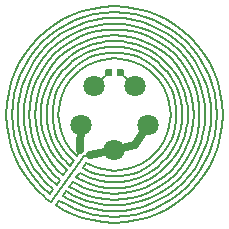
<source format=gbr>
G04 #@! TF.GenerationSoftware,KiCad,Pcbnew,5.0.2-bee76a0~70~ubuntu18.04.1*
G04 #@! TF.CreationDate,2019-11-11T21:51:23+01:00*
G04 #@! TF.ProjectId,BottomHeater,426f7474-6f6d-4486-9561-7465722e6b69,rev?*
G04 #@! TF.SameCoordinates,Original*
G04 #@! TF.FileFunction,Copper,L1,Top*
G04 #@! TF.FilePolarity,Positive*
%FSLAX46Y46*%
G04 Gerber Fmt 4.6, Leading zero omitted, Abs format (unit mm)*
G04 Created by KiCad (PCBNEW 5.0.2-bee76a0~70~ubuntu18.04.1) date Mo 11 Nov 2019 21:51:23 CET*
%MOMM*%
%LPD*%
G01*
G04 APERTURE LIST*
G04 #@! TA.AperFunction,BGAPad,CuDef*
%ADD10C,1.800000*%
G04 #@! TD*
G04 #@! TA.AperFunction,Conductor*
%ADD11C,0.100000*%
G04 #@! TD*
G04 #@! TA.AperFunction,SMDPad,CuDef*
%ADD12C,0.590000*%
G04 #@! TD*
G04 #@! TA.AperFunction,Conductor*
%ADD13C,0.160000*%
G04 #@! TD*
G04 #@! TA.AperFunction,Conductor*
%ADD14C,0.650000*%
G04 #@! TD*
G04 APERTURE END LIST*
D10*
G04 #@! TO.P,ST2,1*
G04 #@! TO.N,Net-(NTC1-Pad1)*
X101763300Y-97572900D03*
G04 #@! TD*
G04 #@! TO.P,ST1,1*
G04 #@! TO.N,Net-(NTC1-Pad2)*
X98236600Y-97572900D03*
G04 #@! TD*
G04 #@! TO.P,HT1,1*
G04 #@! TO.N,Net-(CB1-Pad1)*
X97146800Y-100927000D03*
G04 #@! TD*
G04 #@! TO.P,HT2,1*
G04 #@! TO.N,Net-(CB1-Pad1)*
X100000000Y-103000000D03*
G04 #@! TD*
G04 #@! TO.P,CT1,1*
G04 #@! TO.N,Net-(CB1-Pad1)*
X102853000Y-100927000D03*
G04 #@! TD*
D11*
G04 #@! TO.N,Net-(NTC1-Pad2)*
G04 #@! TO.C,NTC1*
G36*
X99675958Y-96139710D02*
X99690276Y-96141834D01*
X99704317Y-96145351D01*
X99717946Y-96150228D01*
X99731031Y-96156417D01*
X99743447Y-96163858D01*
X99755073Y-96172481D01*
X99765798Y-96182202D01*
X99775519Y-96192927D01*
X99784142Y-96204553D01*
X99791583Y-96216969D01*
X99797772Y-96230054D01*
X99802649Y-96243683D01*
X99806166Y-96257724D01*
X99808290Y-96272042D01*
X99809000Y-96286500D01*
X99809000Y-96631500D01*
X99808290Y-96645958D01*
X99806166Y-96660276D01*
X99802649Y-96674317D01*
X99797772Y-96687946D01*
X99791583Y-96701031D01*
X99784142Y-96713447D01*
X99775519Y-96725073D01*
X99765798Y-96735798D01*
X99755073Y-96745519D01*
X99743447Y-96754142D01*
X99731031Y-96761583D01*
X99717946Y-96767772D01*
X99704317Y-96772649D01*
X99690276Y-96776166D01*
X99675958Y-96778290D01*
X99661500Y-96779000D01*
X99366500Y-96779000D01*
X99352042Y-96778290D01*
X99337724Y-96776166D01*
X99323683Y-96772649D01*
X99310054Y-96767772D01*
X99296969Y-96761583D01*
X99284553Y-96754142D01*
X99272927Y-96745519D01*
X99262202Y-96735798D01*
X99252481Y-96725073D01*
X99243858Y-96713447D01*
X99236417Y-96701031D01*
X99230228Y-96687946D01*
X99225351Y-96674317D01*
X99221834Y-96660276D01*
X99219710Y-96645958D01*
X99219000Y-96631500D01*
X99219000Y-96286500D01*
X99219710Y-96272042D01*
X99221834Y-96257724D01*
X99225351Y-96243683D01*
X99230228Y-96230054D01*
X99236417Y-96216969D01*
X99243858Y-96204553D01*
X99252481Y-96192927D01*
X99262202Y-96182202D01*
X99272927Y-96172481D01*
X99284553Y-96163858D01*
X99296969Y-96156417D01*
X99310054Y-96150228D01*
X99323683Y-96145351D01*
X99337724Y-96141834D01*
X99352042Y-96139710D01*
X99366500Y-96139000D01*
X99661500Y-96139000D01*
X99675958Y-96139710D01*
X99675958Y-96139710D01*
G37*
D12*
G04 #@! TD*
G04 #@! TO.P,NTC1,2*
G04 #@! TO.N,Net-(NTC1-Pad2)*
X99514000Y-96459000D03*
D11*
G04 #@! TO.N,Net-(NTC1-Pad1)*
G04 #@! TO.C,NTC1*
G36*
X100645958Y-96139710D02*
X100660276Y-96141834D01*
X100674317Y-96145351D01*
X100687946Y-96150228D01*
X100701031Y-96156417D01*
X100713447Y-96163858D01*
X100725073Y-96172481D01*
X100735798Y-96182202D01*
X100745519Y-96192927D01*
X100754142Y-96204553D01*
X100761583Y-96216969D01*
X100767772Y-96230054D01*
X100772649Y-96243683D01*
X100776166Y-96257724D01*
X100778290Y-96272042D01*
X100779000Y-96286500D01*
X100779000Y-96631500D01*
X100778290Y-96645958D01*
X100776166Y-96660276D01*
X100772649Y-96674317D01*
X100767772Y-96687946D01*
X100761583Y-96701031D01*
X100754142Y-96713447D01*
X100745519Y-96725073D01*
X100735798Y-96735798D01*
X100725073Y-96745519D01*
X100713447Y-96754142D01*
X100701031Y-96761583D01*
X100687946Y-96767772D01*
X100674317Y-96772649D01*
X100660276Y-96776166D01*
X100645958Y-96778290D01*
X100631500Y-96779000D01*
X100336500Y-96779000D01*
X100322042Y-96778290D01*
X100307724Y-96776166D01*
X100293683Y-96772649D01*
X100280054Y-96767772D01*
X100266969Y-96761583D01*
X100254553Y-96754142D01*
X100242927Y-96745519D01*
X100232202Y-96735798D01*
X100222481Y-96725073D01*
X100213858Y-96713447D01*
X100206417Y-96701031D01*
X100200228Y-96687946D01*
X100195351Y-96674317D01*
X100191834Y-96660276D01*
X100189710Y-96645958D01*
X100189000Y-96631500D01*
X100189000Y-96286500D01*
X100189710Y-96272042D01*
X100191834Y-96257724D01*
X100195351Y-96243683D01*
X100200228Y-96230054D01*
X100206417Y-96216969D01*
X100213858Y-96204553D01*
X100222481Y-96192927D01*
X100232202Y-96182202D01*
X100242927Y-96172481D01*
X100254553Y-96163858D01*
X100266969Y-96156417D01*
X100280054Y-96150228D01*
X100293683Y-96145351D01*
X100307724Y-96141834D01*
X100322042Y-96139710D01*
X100336500Y-96139000D01*
X100631500Y-96139000D01*
X100645958Y-96139710D01*
X100645958Y-96139710D01*
G37*
D12*
G04 #@! TD*
G04 #@! TO.P,NTC1,1*
G04 #@! TO.N,Net-(NTC1-Pad1)*
X100484000Y-96459000D03*
D13*
G04 #@! TO.N,Net-(NTC1-Pad1)*
X100484000Y-96459000D02*
X101763300Y-97572900D01*
G04 #@! TO.N,Net-(NTC1-Pad2)*
X99514000Y-96459000D02*
X98236600Y-97572900D01*
G04 #@! TO.N,Net-(CB1-Pad1)*
X96290374Y-103709659D02*
X96547000Y-103942897D01*
X94989645Y-101560076D02*
X95166060Y-102042078D01*
X94860369Y-101057304D02*
X94989645Y-101560076D01*
X95649760Y-102933229D02*
X95951771Y-103337103D01*
X94780869Y-100536400D02*
X94860369Y-101057304D01*
X94860369Y-98942700D02*
X94780869Y-99463604D01*
X94989645Y-98439929D02*
X94860369Y-98942700D01*
X95386978Y-97499329D02*
X95166060Y-97957926D01*
X96662931Y-95951743D02*
X96290374Y-96290345D01*
X97066805Y-95649732D02*
X96662931Y-95951743D01*
X98439958Y-94989616D02*
X97957955Y-95166031D01*
X98942729Y-94860340D02*
X98439958Y-94989616D01*
X99463633Y-94780840D02*
X98942729Y-94860340D01*
X100536429Y-94780840D02*
X100000031Y-94753750D01*
X101057333Y-94860340D02*
X100536429Y-94780840D01*
X102933257Y-95649732D02*
X102500704Y-95386949D01*
X103337131Y-95951743D02*
X102933257Y-95649732D01*
X104350301Y-97066775D02*
X104048290Y-96662902D01*
X104613084Y-97499329D02*
X104350301Y-97066775D01*
X105219193Y-99463604D02*
X105139693Y-98942700D01*
X105246283Y-100000002D02*
X105219193Y-99463604D01*
X95166060Y-97957926D02*
X94989645Y-98439929D01*
X105139693Y-101057304D02*
X105219193Y-100536400D01*
X104834002Y-97957926D02*
X104613084Y-97499329D01*
X104350302Y-102933229D02*
X104613085Y-102500675D01*
X100000031Y-94753750D02*
X99463633Y-94780840D01*
X104048291Y-103337103D02*
X104350302Y-102933229D01*
X101560104Y-94989616D02*
X101057333Y-94860340D01*
X103337132Y-104048262D02*
X103709688Y-103709660D01*
X102042107Y-95166031D02*
X101560104Y-94989616D01*
X102933258Y-104350273D02*
X103337132Y-104048262D01*
X105010417Y-101560076D02*
X105139693Y-101057304D01*
X102264174Y-95823300D02*
X102655812Y-96061226D01*
X101412544Y-104536450D02*
X100957331Y-104653500D01*
X101848956Y-95623279D02*
X102264174Y-95823300D01*
X101412546Y-95463552D02*
X101848956Y-95623279D01*
X99514381Y-95274524D02*
X100000041Y-95250004D01*
X100957332Y-95346504D02*
X101412546Y-95463552D01*
X97631000Y-104109445D02*
X97337801Y-104513000D01*
X104613085Y-102500675D02*
X104834002Y-102042078D01*
X100485701Y-95274524D02*
X100957332Y-95346504D01*
X103709688Y-103709660D02*
X104048291Y-103337103D01*
X97735909Y-95823301D02*
X98151126Y-95623280D01*
X95623319Y-98151087D02*
X95823340Y-97735870D01*
X98151126Y-104376722D02*
X97631000Y-104109445D01*
X97344270Y-96061227D02*
X97735909Y-95823301D01*
X101848954Y-104376722D02*
X101412544Y-104536450D01*
X96978599Y-96334671D02*
X97344270Y-96061227D01*
X97499358Y-95386949D02*
X97066805Y-95649732D01*
X96641283Y-96641244D02*
X96978599Y-96334671D01*
X98151126Y-95623280D02*
X98587536Y-95463552D01*
X104725519Y-99514342D02*
X104750037Y-100000002D01*
X102655812Y-96061226D02*
X103021483Y-96334670D01*
X95951771Y-103337103D02*
X96290374Y-103709659D01*
X95823340Y-97735870D02*
X96061266Y-97344231D01*
X103938815Y-102655771D02*
X103665371Y-103021442D01*
X104653539Y-99042711D02*
X104725519Y-99514342D01*
X99463633Y-105219160D02*
X100000031Y-105246260D01*
X102500704Y-95386949D02*
X102042107Y-95166031D01*
X96641284Y-103358758D02*
X96334710Y-103021442D01*
X102500704Y-104613060D02*
X102933258Y-104350273D01*
X95386977Y-102500675D02*
X95649760Y-102933229D01*
X94753779Y-100000002D02*
X94780869Y-100536400D01*
X102264172Y-104176701D02*
X101848954Y-104376722D01*
X95463591Y-98587497D02*
X95623319Y-98151087D01*
X104048290Y-96662902D02*
X103709688Y-96290345D01*
X104834002Y-102042078D02*
X105010417Y-101560076D01*
X96290374Y-96290345D02*
X95951772Y-96662902D01*
X103021481Y-103665332D02*
X102655810Y-103938775D01*
X103665371Y-103021442D02*
X103358797Y-103358758D01*
X105139693Y-98942700D02*
X105010417Y-98439929D01*
X99042750Y-95346504D02*
X99514381Y-95274524D01*
X95823340Y-102264133D02*
X95623319Y-101848916D01*
X98587536Y-95463552D02*
X99042750Y-95346504D01*
X96334710Y-103021442D02*
X96061266Y-102655771D01*
X95274564Y-100485662D02*
X95250044Y-100000002D01*
X104536490Y-101412506D02*
X104376762Y-101848916D01*
X100000040Y-104750000D02*
X99514380Y-104725500D01*
X95346544Y-100957292D02*
X95274564Y-100485662D01*
X95463591Y-101412506D02*
X95346544Y-100957292D01*
X100000041Y-95250004D02*
X100485701Y-95274524D01*
X96839000Y-103538454D02*
X96641284Y-103358758D01*
X96334709Y-96978560D02*
X96641283Y-96641244D01*
X95623319Y-101848916D02*
X95463591Y-101412506D01*
X95166060Y-102042078D02*
X95386977Y-102500675D01*
X95250044Y-100000002D02*
X95274564Y-99514342D01*
X94780869Y-99463604D02*
X94753779Y-100000002D01*
X95346544Y-99042711D02*
X95463591Y-98587497D01*
X103358797Y-103358758D02*
X103021481Y-103665332D01*
X100485700Y-104725500D02*
X100000040Y-104750000D01*
X104653537Y-100957292D02*
X104536490Y-101412506D01*
X101057333Y-105139660D02*
X101560105Y-105010390D01*
X103709688Y-96290345D02*
X103337131Y-95951743D01*
X96061266Y-102655771D02*
X95823340Y-102264133D01*
X103358799Y-96641244D02*
X103665373Y-96978560D01*
X104750037Y-100000002D02*
X104725517Y-100485662D01*
X103021483Y-96334670D02*
X103358799Y-96641244D01*
X103665373Y-96978560D02*
X103938817Y-97344231D01*
X103938817Y-97344231D02*
X104176743Y-97735869D01*
X101560105Y-105010390D02*
X102042107Y-104833970D01*
X104176743Y-97735869D02*
X104376764Y-98151087D01*
X96061266Y-97344231D02*
X96334709Y-96978560D01*
X98587536Y-104536450D02*
X98151126Y-104376722D01*
X104376764Y-98151087D02*
X104536492Y-98587497D01*
X98439957Y-105010390D02*
X98942729Y-105139660D01*
X97957955Y-95166031D02*
X97499358Y-95386949D01*
X104176741Y-102264133D02*
X103938815Y-102655771D01*
X104536492Y-98587497D02*
X104653539Y-99042711D01*
X98942729Y-105139660D02*
X99463633Y-105219160D01*
X100536429Y-105219160D02*
X101057333Y-105139660D01*
X104725517Y-100485662D02*
X104653537Y-100957292D01*
X105219193Y-100536400D02*
X105246283Y-100000002D01*
X104376762Y-101848916D02*
X104176741Y-102264133D01*
X95951772Y-96662902D02*
X95649761Y-97066775D01*
X102655810Y-103938775D02*
X102264172Y-104176701D01*
X100957331Y-104653500D02*
X100485700Y-104725500D01*
X99514380Y-104725500D02*
X99042750Y-104653500D01*
X97957955Y-104833970D02*
X98439957Y-105010390D01*
X105010417Y-98439929D02*
X104834002Y-97957926D01*
X99042750Y-104653500D02*
X98587536Y-104536450D01*
X95649761Y-97066775D02*
X95386978Y-97499329D01*
X97337801Y-104513000D02*
X97957955Y-104833970D01*
X100000031Y-105246260D02*
X100536429Y-105219160D01*
X95274564Y-99514342D02*
X95346544Y-99042711D01*
X102042107Y-104833970D02*
X102500704Y-104613060D01*
D14*
X97092000Y-102995000D02*
X97146800Y-100927000D01*
D13*
X96839000Y-103538454D02*
X97092000Y-102995000D01*
D14*
X100000000Y-103000000D02*
X97921000Y-103444000D01*
X100000000Y-103000000D02*
X101765000Y-102589000D01*
X101765000Y-102589000D02*
X102853000Y-100927000D01*
D13*
X99064503Y-109102760D02*
X98155993Y-108964100D01*
X96438445Y-108430950D02*
X95638605Y-108045640D01*
X100000037Y-109149960D02*
X99064503Y-109102760D01*
X100935571Y-109102760D02*
X100000037Y-109149960D01*
X101844081Y-108964100D02*
X100935571Y-109102760D01*
X102720967Y-108738630D02*
X101844081Y-108964100D01*
X103561630Y-108430950D02*
X102720967Y-108738630D01*
X104361470Y-108045640D02*
X103561630Y-108430950D01*
X106470063Y-106470030D02*
X105820286Y-107060590D01*
X108430984Y-103561594D02*
X108045681Y-104361435D01*
X109150036Y-100000002D02*
X109102796Y-100935536D01*
X107060621Y-105820250D02*
X106470063Y-106470030D01*
X109102798Y-99064468D02*
X109150036Y-100000002D01*
X108738671Y-102720932D02*
X108430984Y-103561594D01*
X108738672Y-97279072D02*
X108964143Y-98155958D01*
X97279107Y-108738630D02*
X96438445Y-108430950D01*
X108045683Y-95638569D02*
X108430986Y-96438409D01*
X98155993Y-108964100D02*
X97279107Y-108738630D01*
X107060623Y-94179752D02*
X107587362Y-94884150D01*
X108964141Y-101844046D02*
X108738671Y-102720932D01*
X106470065Y-93529975D02*
X107060623Y-94179752D01*
X91035934Y-98155958D02*
X91261404Y-97279072D01*
X95638605Y-108045640D02*
X95032481Y-107686000D01*
X105820286Y-107060590D02*
X105115888Y-107587320D01*
X90897279Y-100935536D02*
X90850039Y-100000002D01*
X91569091Y-103561594D02*
X91261404Y-102720931D01*
X91569091Y-96438409D02*
X91954394Y-95638569D01*
X94884186Y-92412679D02*
X95638605Y-91954358D01*
X94610922Y-107435990D02*
X94243113Y-107112000D01*
X100000038Y-90850002D02*
X100935572Y-90897242D01*
X91035934Y-101844046D02*
X90897279Y-100935536D01*
X103561631Y-91569054D02*
X104361472Y-91954357D01*
X108964143Y-98155958D02*
X109102798Y-99064468D01*
X104361472Y-91954357D02*
X105115890Y-92412678D01*
X92939453Y-105820250D02*
X92412715Y-105115850D01*
X90850039Y-100000002D02*
X90897279Y-99064468D01*
X105115888Y-107587320D02*
X104361470Y-108045640D01*
X95638605Y-91954358D02*
X96438445Y-91569055D01*
X94243113Y-107112000D02*
X94082543Y-106967447D01*
X97921000Y-103444000D02*
X97448791Y-103530000D01*
X95032481Y-107686000D02*
X95325277Y-107283000D01*
X107587360Y-105115850D02*
X107060621Y-105820250D01*
X91261404Y-102720931D02*
X91035934Y-101844046D01*
X97448791Y-103530000D02*
X94610922Y-107435990D01*
X108430986Y-96438409D02*
X108738672Y-97279072D01*
X91954394Y-104361434D02*
X91569091Y-103561594D01*
X97279108Y-91261368D02*
X98155994Y-91035898D01*
X94082543Y-106967447D02*
X93530011Y-106470030D01*
X90897279Y-99064468D02*
X91035934Y-98155958D01*
X105820288Y-92939417D02*
X106470065Y-93529975D01*
X93530011Y-106470030D02*
X92939453Y-105820250D01*
X107587362Y-94884150D02*
X108045683Y-95638569D01*
X91954394Y-95638569D02*
X92412715Y-94884150D01*
X92412715Y-94884150D02*
X92939454Y-94179753D01*
X92939454Y-94179753D02*
X93530011Y-93529975D01*
X94179789Y-92939417D02*
X94884186Y-92412679D01*
X96438445Y-91569055D02*
X97279108Y-91261368D01*
X93530011Y-93529975D02*
X94179789Y-92939417D01*
X100935572Y-90897242D02*
X101844082Y-91035897D01*
X99064504Y-90897242D02*
X100000038Y-90850002D01*
X98155994Y-91035898D02*
X99064504Y-90897242D01*
X108045681Y-104361435D02*
X107587360Y-105115850D01*
X109102796Y-100935536D02*
X108964141Y-101844046D01*
X92412715Y-105115850D02*
X91954394Y-104361434D01*
X91261404Y-97279072D02*
X91569091Y-96438409D01*
X101844082Y-91035897D02*
X102720968Y-91261368D01*
X102720968Y-91261368D02*
X103561631Y-91569054D01*
X105115890Y-92412678D02*
X105820288Y-92939417D01*
X95608000Y-106902458D02*
X95899246Y-106493000D01*
X96103825Y-107187440D02*
X95608000Y-106902458D01*
X96818349Y-107531650D02*
X96103825Y-107187440D01*
X97569341Y-107806510D02*
X96818349Y-107531650D01*
X98352692Y-108007930D02*
X97569341Y-107806510D01*
X99164294Y-108131800D02*
X98352692Y-108007930D01*
X100835782Y-108131800D02*
X100000038Y-108174000D01*
X103896251Y-107187440D02*
X103181727Y-107531650D01*
X106307493Y-105199420D02*
X105779928Y-105779890D01*
X108007971Y-101647348D02*
X107806551Y-102430699D01*
X108174036Y-100000002D02*
X108131836Y-100835746D01*
X107806551Y-102430699D02*
X107531684Y-103181691D01*
X108131838Y-99164258D02*
X108174036Y-100000002D01*
X107806553Y-97569304D02*
X108007973Y-98352656D01*
X106778049Y-95429841D02*
X107187482Y-96103788D01*
X106307495Y-94800579D02*
X106778049Y-95429841D01*
X105199462Y-93692546D02*
X105779930Y-94220111D01*
X103896253Y-92812560D02*
X104570200Y-93221993D01*
X103181729Y-92468355D02*
X103896253Y-92812560D01*
X102430737Y-92193489D02*
X103181729Y-92468355D01*
X101647385Y-91992069D02*
X102430737Y-92193489D01*
X100000039Y-91826003D02*
X100835783Y-91868203D01*
X99164295Y-91868203D02*
X100000039Y-91826003D01*
X100000038Y-108174000D02*
X99164294Y-108131800D01*
X96818349Y-92468355D02*
X97569341Y-92193489D01*
X101647384Y-108007930D02*
X100835782Y-108131800D01*
X96103825Y-92812560D02*
X96818349Y-92468355D01*
X94800616Y-93692546D02*
X95429878Y-93221993D01*
X108131836Y-100835746D02*
X108007971Y-101647348D01*
X93692583Y-94800579D02*
X94220148Y-94220111D01*
X100835783Y-91868203D02*
X101647385Y-91992069D01*
X92812596Y-96103788D02*
X93222029Y-95429841D01*
X104570200Y-93221993D02*
X105199462Y-93692546D01*
X102577889Y-91725363D02*
X101747767Y-91511917D01*
X108007973Y-98352656D02*
X108131838Y-99164258D01*
X94220148Y-105779890D02*
X93692583Y-105199420D01*
X103373719Y-92016640D02*
X102577889Y-91725363D01*
X94220148Y-94220111D02*
X94800616Y-93692546D01*
X104845089Y-92815274D02*
X104130903Y-92381395D01*
X107187480Y-103896215D02*
X106778047Y-104570160D01*
X108274667Y-97422142D02*
X107983390Y-96626312D01*
X105511921Y-93313922D02*
X104845089Y-92815274D01*
X96630413Y-107979290D02*
X97426243Y-108270570D01*
X106127045Y-93872985D02*
X105511921Y-93313922D01*
X106686108Y-94488110D02*
X106127045Y-93872985D01*
X91516017Y-98252264D02*
X91384757Y-99112323D01*
X107531684Y-103181691D02*
X107187480Y-103896215D01*
X107184756Y-95154942D02*
X106686108Y-94488110D01*
X107187482Y-96103788D02*
X107531686Y-96818312D01*
X104130903Y-92381395D02*
X103373719Y-92016640D01*
X107983390Y-96626312D02*
X107618635Y-95869127D01*
X91992105Y-101647348D02*
X91868240Y-100835746D01*
X108619374Y-99112323D02*
X108488114Y-98252264D01*
X105779930Y-94220111D02*
X106307495Y-94800579D01*
X107618638Y-104126805D02*
X107983393Y-103369620D01*
X91384757Y-100883608D02*
X91516017Y-101743667D01*
X93652611Y-105145966D02*
X93222029Y-104570160D01*
X108664096Y-99997965D02*
X108619374Y-99112323D01*
X95873228Y-92381395D02*
X95159043Y-92815273D01*
X93318023Y-94488109D02*
X92819375Y-95154941D01*
X98352693Y-91992069D02*
X99164295Y-91868203D01*
X108274670Y-102573789D02*
X108488116Y-101743667D01*
X92385495Y-104126805D02*
X92819373Y-104840990D01*
X99116424Y-108615280D02*
X100002067Y-108659980D01*
X100002067Y-108659980D02*
X100887710Y-108615280D01*
X95429878Y-93221993D02*
X96103825Y-92812560D01*
X95324000Y-107283317D02*
X95873227Y-107614540D01*
X104130906Y-107614540D02*
X104845092Y-107180660D01*
X105199460Y-106307460D02*
X104570199Y-106778010D01*
X95873227Y-107614540D02*
X96630413Y-107979290D01*
X91868240Y-100835746D02*
X91826040Y-100000002D01*
X91868240Y-99164258D02*
X91992105Y-98352656D01*
X102430735Y-107806510D02*
X101647384Y-108007930D01*
X108619376Y-100883608D02*
X108664096Y-99997965D01*
X107618635Y-95869127D02*
X107184756Y-95154942D01*
X102577891Y-108270570D02*
X103373721Y-107979290D01*
X107983393Y-103369620D02*
X108274670Y-102573789D01*
X100887710Y-108615280D02*
X101747769Y-108484020D01*
X98256365Y-108484020D02*
X99116424Y-108615280D01*
X91384757Y-99112323D02*
X91340037Y-99997965D01*
X92819373Y-104840990D02*
X93318021Y-105507820D01*
X104845092Y-107180660D02*
X105511924Y-106682010D01*
X106686112Y-105507820D02*
X107184760Y-104840990D01*
X108488116Y-101743667D02*
X108619376Y-100883608D01*
X103373721Y-107979290D02*
X104130906Y-107614540D01*
X96630413Y-92016640D02*
X95873228Y-92381395D01*
X105511924Y-106682010D02*
X106127049Y-106122950D01*
X104570199Y-106778010D02*
X103896251Y-107187440D01*
X106127049Y-106122950D02*
X106686112Y-105507820D01*
X101747767Y-91511917D02*
X100887708Y-91380656D01*
X92468392Y-96818312D02*
X92812596Y-96103788D01*
X92020740Y-103369620D02*
X92385495Y-104126805D01*
X100887708Y-91380656D02*
X100002066Y-91335936D01*
X91340037Y-99997965D02*
X91384757Y-100883608D01*
X99116424Y-91380656D02*
X98256365Y-91511917D01*
X107184760Y-104840990D02*
X107618638Y-104126805D01*
X93877084Y-106122950D02*
X94546000Y-106700126D01*
X98256365Y-91511917D02*
X97426243Y-91725363D01*
X97426243Y-91725363D02*
X96630413Y-92016640D01*
X97569341Y-92193489D02*
X98352693Y-91992069D01*
X94492211Y-93313921D02*
X93877086Y-93872985D01*
X93877086Y-93872985D02*
X93318023Y-94488109D01*
X94546000Y-106700126D02*
X94820000Y-106318000D01*
X106778047Y-104570160D02*
X106307493Y-105199420D01*
X92819375Y-95154941D02*
X92385497Y-95869127D01*
X92385497Y-95869127D02*
X92020741Y-96626312D01*
X95159043Y-92815273D02*
X94492211Y-93313921D01*
X92020741Y-96626312D02*
X91729464Y-97422142D01*
X91729464Y-97422142D02*
X91516017Y-98252264D01*
X108488114Y-98252264D02*
X108274667Y-97422142D01*
X91516017Y-101743667D02*
X91729463Y-102573789D01*
X91729463Y-102573789D02*
X92020740Y-103369620D01*
X91826040Y-100000002D02*
X91868240Y-99164258D01*
X93318021Y-105507820D02*
X93877084Y-106122950D01*
X101747769Y-108484020D02*
X102577891Y-108270570D01*
X94820000Y-106318000D02*
X94220148Y-105779890D01*
X103181727Y-107531650D02*
X102430735Y-107806510D01*
X93692583Y-105199420D02*
X93652611Y-105145966D01*
X107531686Y-96818312D02*
X107806553Y-97569304D01*
X93222029Y-104570160D02*
X92812596Y-103896215D01*
X92812596Y-103896215D02*
X92468392Y-103181691D01*
X92468392Y-103181691D02*
X92193525Y-102430699D01*
X92193525Y-102430699D02*
X91992105Y-101647348D01*
X100002066Y-91335936D02*
X99116424Y-91380656D01*
X97426243Y-108270570D02*
X98256365Y-108484020D01*
X91992105Y-98352656D02*
X92193525Y-97569304D01*
X105779928Y-105779890D02*
X105199460Y-106307460D01*
X93222029Y-95429841D02*
X93692583Y-94800579D01*
X92193525Y-97569304D02*
X92468392Y-96818312D01*
X96434298Y-104096140D02*
X96545528Y-103943000D01*
X95575243Y-103647497D02*
X95945340Y-104054706D01*
X95245141Y-103206058D02*
X95575243Y-103647497D01*
X95061756Y-102904199D02*
X95245141Y-103206058D01*
X94523626Y-101705183D02*
X94716450Y-102232018D01*
X105617760Y-98844357D02*
X105476460Y-98294822D01*
X105283638Y-102232018D02*
X105476462Y-101705183D01*
X97266775Y-94957875D02*
X97138579Y-95035755D01*
X100586334Y-105704620D02*
X101155689Y-105617720D01*
X105042170Y-97266734D02*
X104964290Y-97138538D01*
X105283635Y-97767986D02*
X105196839Y-97587806D01*
X105042172Y-102733271D02*
X105128968Y-102553091D01*
X96352550Y-95575202D02*
X96278548Y-95642458D01*
X104858787Y-103035130D02*
X105042172Y-102733271D01*
X96793989Y-95245100D02*
X96352550Y-95575202D01*
X104754947Y-103206058D02*
X104858787Y-103035130D01*
X101846084Y-105424865D02*
X102232060Y-105283600D01*
X103206099Y-104754910D02*
X103446351Y-104575252D01*
X94957916Y-102733271D02*
X95061756Y-102904199D01*
X97138579Y-95035755D02*
X96793989Y-95245100D01*
X104424845Y-103647497D02*
X104754947Y-103206058D01*
X104054746Y-95945299D02*
X103980744Y-95878043D01*
X103446351Y-104575252D02*
X103647539Y-104424803D01*
X105617762Y-101155647D02*
X105704652Y-100586292D01*
X103647536Y-95575202D02*
X103206097Y-95245100D01*
X98844399Y-105617720D02*
X99413754Y-105704620D01*
X97045731Y-104915000D02*
X97266776Y-105042130D01*
X98294863Y-105476420D02*
X98844399Y-105617720D01*
X95945340Y-104054706D02*
X96019342Y-104121962D01*
X105734252Y-100000002D02*
X105726689Y-99850194D01*
X95945340Y-95945299D02*
X95878084Y-96019301D01*
X105196839Y-97587806D02*
X105042170Y-97266734D01*
X105128968Y-102553091D02*
X105283638Y-102232018D01*
X97587848Y-94803205D02*
X97266775Y-94957875D01*
X99413754Y-105704620D02*
X100000044Y-105734220D01*
X102553131Y-94871079D02*
X102232058Y-94716409D01*
X97908887Y-105335155D02*
X98294863Y-105476420D01*
X97266776Y-105042130D02*
X97768028Y-105283600D01*
X98294863Y-94523585D02*
X97768028Y-94716409D01*
X94716451Y-97767986D02*
X94523626Y-98294822D01*
X102412240Y-105196800D02*
X102733312Y-105042130D01*
X97768028Y-94716409D02*
X97587848Y-94803205D01*
X100000044Y-105734220D02*
X100586334Y-105704620D01*
X101155689Y-105617720D02*
X101705225Y-105476420D01*
X100536397Y-94292874D02*
X100000043Y-94265785D01*
X101705225Y-105476420D02*
X101846084Y-105424865D01*
X104054748Y-104054706D02*
X104424845Y-103647497D01*
X102232060Y-105283600D02*
X102412240Y-105196800D01*
X102733312Y-105042130D02*
X103206099Y-104754910D01*
X103647539Y-104424803D02*
X104054748Y-104054706D01*
X94382326Y-98844357D02*
X94295436Y-99413712D01*
X104754944Y-96793947D02*
X104424842Y-96352508D01*
X94803246Y-102412198D02*
X94957916Y-102733271D01*
X104357586Y-96278506D02*
X104054746Y-95945299D01*
X105476462Y-101705183D02*
X105617762Y-101155647D01*
X103980744Y-95878043D02*
X103647536Y-95575202D01*
X103077901Y-95167220D02*
X102733311Y-94957875D01*
X102733311Y-94957875D02*
X102553131Y-94871079D01*
X97768028Y-105283600D02*
X97908887Y-105335155D01*
X102232058Y-94716409D02*
X101705223Y-94523585D01*
X105476460Y-98294822D02*
X105283635Y-97767986D01*
X100000043Y-94265785D02*
X99950107Y-94268306D01*
X101155687Y-94382285D02*
X100586333Y-94295395D01*
X101705223Y-94523585D02*
X101155687Y-94382285D01*
X95167262Y-96922143D02*
X94957916Y-97266734D01*
X94957916Y-97266734D02*
X94871120Y-97446914D01*
X99950107Y-94268306D02*
X99413753Y-94295395D01*
X100586333Y-94295395D02*
X100536397Y-94292874D01*
X99413753Y-94295395D02*
X98844399Y-94382285D01*
X98844399Y-94382285D02*
X98294863Y-94523585D01*
X94871120Y-97446914D02*
X94716451Y-97767986D01*
X105704652Y-100586292D02*
X105734252Y-100000002D01*
X103206097Y-95245100D02*
X103077901Y-95167220D01*
X96278548Y-95642458D02*
X95945340Y-95945299D01*
X96019342Y-104121962D02*
X96258000Y-104338870D01*
X105726689Y-99850194D02*
X105704650Y-99413712D01*
X95878084Y-96019301D02*
X95575244Y-96352508D01*
X96258000Y-104338870D02*
X96434298Y-104096140D01*
X105704650Y-99413712D02*
X105617760Y-98844357D01*
X95575244Y-96352508D02*
X95245142Y-96793947D01*
X95245142Y-96793947D02*
X95167262Y-96922143D01*
X104964290Y-97138538D02*
X104754944Y-96793947D01*
X94523626Y-98294822D02*
X94382326Y-98844357D01*
X94716450Y-102232018D02*
X94803246Y-102412198D01*
X104424842Y-96352508D02*
X104357586Y-96278506D01*
X94295436Y-99413712D02*
X94265836Y-100000002D01*
X94265836Y-100000002D02*
X94295436Y-100586292D01*
X94295436Y-100586292D02*
X94382326Y-101155647D01*
X94382326Y-101155647D02*
X94523626Y-101705183D01*
X101995432Y-93591523D02*
X101352368Y-93426174D01*
X99264072Y-92839041D02*
X100000038Y-92801881D01*
X102611932Y-93817165D02*
X101995432Y-93591523D01*
X98549365Y-92948118D02*
X99264072Y-92839041D01*
X104268321Y-105177890D02*
X104744836Y-104744800D01*
X103751751Y-105564170D02*
X104268321Y-105177890D01*
X106710190Y-100000002D02*
X106675548Y-99313928D01*
X103198498Y-105900280D02*
X103751751Y-105564170D01*
X106675550Y-100686077D02*
X106710190Y-100000002D01*
X102611935Y-106182840D02*
X103198498Y-105900280D01*
X106408519Y-101995397D02*
X106573867Y-101352333D01*
X101352370Y-106573830D02*
X101995434Y-106408480D01*
X100785887Y-92353684D02*
X100000038Y-92314004D01*
X106182877Y-102611898D02*
X106408519Y-101995397D01*
X100686114Y-106675520D02*
X101352370Y-106573830D01*
X102285619Y-92659549D02*
X101549035Y-92470154D01*
X105900315Y-103198461D02*
X106182877Y-102611898D01*
X100000039Y-106710120D02*
X100686114Y-106675520D01*
X105564205Y-103751715D02*
X105900315Y-103198461D01*
X99313964Y-106675520D02*
X100000039Y-106710120D01*
X98647708Y-106573830D02*
X99313964Y-106675520D01*
X106373390Y-95702686D02*
X105930930Y-95110992D01*
X93817201Y-102611898D02*
X94099763Y-103198461D01*
X98004644Y-106408480D02*
X98647708Y-106573830D01*
X107082034Y-97008264D02*
X106758380Y-96336398D01*
X93591559Y-101995397D02*
X93817201Y-102611898D01*
X97388143Y-106182840D02*
X98004644Y-106408480D01*
X107529886Y-98451005D02*
X107340491Y-97714421D01*
X93426211Y-101352333D02*
X93591559Y-101995397D01*
X96801580Y-105900280D02*
X97388143Y-106182840D01*
X107686036Y-100000002D02*
X107646356Y-99214153D01*
X93324528Y-100686077D02*
X93426211Y-101352333D01*
X101450713Y-107051890D02*
X100736006Y-107160970D01*
X103198495Y-94099727D02*
X102611932Y-93817165D01*
X103663641Y-106758340D02*
X104297353Y-106373350D01*
X102140542Y-106874520D02*
X101450713Y-107051890D01*
X104268318Y-94822121D02*
X103751748Y-94435837D01*
X96187683Y-106096000D02*
X96473215Y-105703000D01*
X95198697Y-103957891D02*
X94840503Y-103478886D01*
X103431094Y-106329350D02*
X102801875Y-106632470D01*
X100736006Y-107160970D02*
X100000039Y-107198170D01*
X104889048Y-94069111D02*
X104297354Y-93626650D01*
X106632500Y-102801838D02*
X106329390Y-103431057D01*
X94069146Y-95110992D02*
X93626686Y-95702686D01*
X97198204Y-106632470D02*
X96568985Y-106329350D01*
X95968000Y-104733948D02*
X95600288Y-104399753D01*
X107051921Y-98549329D02*
X107160998Y-99264036D01*
X97859537Y-106874520D02*
X97198204Y-106632470D01*
X95681000Y-105131758D02*
X95968000Y-104733948D01*
X105089883Y-105089850D02*
X104578716Y-105554430D01*
X106874548Y-97859500D02*
X107051921Y-98549329D01*
X99264072Y-107160970D02*
X98549366Y-107051890D01*
X94822157Y-104268285D02*
X95255242Y-104744800D01*
X105968838Y-104024544D02*
X105554463Y-104578680D01*
X106329386Y-96568949D02*
X106632497Y-97198167D01*
X106573867Y-101352333D02*
X106675550Y-100686077D01*
X101995434Y-106408480D02*
X102611935Y-106182840D01*
X103431091Y-93670653D02*
X104024577Y-94031204D01*
X101254026Y-106095780D02*
X100636220Y-106190080D01*
X96568985Y-106329350D02*
X96187683Y-106096000D01*
X107160998Y-99264036D02*
X107198160Y-100000002D01*
X95421364Y-94445580D02*
X95975500Y-94031205D01*
X93367580Y-97198167D02*
X93670691Y-96568949D01*
X102991776Y-92918006D02*
X102285619Y-92659549D01*
X93670691Y-96568949D02*
X94031242Y-95975463D01*
X104744836Y-104744800D02*
X105177921Y-104268285D01*
X107646356Y-99214153D02*
X107529886Y-98451005D01*
X105930930Y-95110992D02*
X105434861Y-94565179D01*
X106373389Y-104297317D02*
X106758379Y-103663605D01*
X93125529Y-97859500D02*
X93367580Y-97198167D01*
X105177921Y-104268285D02*
X105564205Y-103751715D01*
X103663642Y-93241661D02*
X102991776Y-92918006D01*
X100000039Y-107198170D02*
X99264072Y-107160970D01*
X92314040Y-100000002D02*
X92353720Y-100785851D01*
X107529885Y-101548999D02*
X107646356Y-100785851D01*
X96473215Y-105703000D02*
X96801580Y-105900280D01*
X95899247Y-106493000D02*
X96336435Y-106758340D01*
X95702722Y-93626650D02*
X95111028Y-94069111D01*
X106874551Y-102140505D02*
X106632500Y-102801838D01*
X103751748Y-94435837D02*
X103198495Y-94099727D01*
X102801875Y-106632470D02*
X102140542Y-106874520D01*
X107340490Y-102285583D02*
X107529885Y-101548999D01*
X94840503Y-103478886D02*
X94528836Y-102965866D01*
X97714457Y-107340450D02*
X98451041Y-107529850D01*
X102801872Y-93367542D02*
X103431091Y-93670653D01*
X101850326Y-105942450D02*
X101254026Y-106095780D01*
X94445616Y-104578680D02*
X94031241Y-104024543D01*
X98149760Y-94057554D02*
X98746060Y-93904230D01*
X95111028Y-94069111D02*
X94565215Y-94565179D01*
X92659585Y-97714421D02*
X92470190Y-98451005D01*
X92470191Y-101548999D02*
X92659586Y-102285583D01*
X99214189Y-107646320D02*
X100000038Y-107686020D01*
X96336434Y-93241661D02*
X95702722Y-93626650D01*
X100636229Y-93809940D02*
X101254034Y-93904230D01*
X106329390Y-103431057D02*
X105968838Y-104024544D01*
X107646356Y-100785851D02*
X107686036Y-100000002D01*
X104297354Y-93626650D02*
X103663642Y-93241661D01*
X98451041Y-107529850D02*
X99214189Y-107646320D01*
X92353720Y-100785851D02*
X92470191Y-101548999D01*
X98549366Y-107051890D02*
X97859537Y-106874520D01*
X95255242Y-104744800D02*
X95681000Y-105131758D01*
X105554463Y-104578680D02*
X105089883Y-105089850D01*
X106632497Y-97198167D02*
X106874548Y-97859500D01*
X96406998Y-106792333D02*
X97008300Y-107082000D01*
X105177918Y-95731721D02*
X104744833Y-95255207D01*
X104578716Y-105554430D02*
X104024580Y-105968800D01*
X97008300Y-107082000D02*
X97714457Y-107340450D01*
X96755114Y-105315000D02*
X97048637Y-104911000D01*
X105434860Y-105434820D02*
X105930929Y-104889010D01*
X103957934Y-95198662D02*
X104399796Y-95600253D01*
X104744833Y-95255207D02*
X104268318Y-94822121D01*
X104024580Y-105968800D02*
X103431094Y-106329350D01*
X101549035Y-107529850D02*
X102285619Y-107340450D01*
X98451041Y-92470154D02*
X97714457Y-92659549D01*
X107161000Y-100735969D02*
X107051923Y-101450676D01*
X100000038Y-107686020D02*
X100785887Y-107646320D01*
X106095811Y-101253990D02*
X105942487Y-101850290D01*
X106758380Y-96336398D02*
X106373390Y-95702686D01*
X96336435Y-106758340D02*
X96406998Y-106792333D01*
X105564202Y-96248291D02*
X105177918Y-95731721D01*
X100785887Y-107646320D02*
X101549035Y-107529850D01*
X97714457Y-92659549D02*
X97008300Y-92918006D01*
X100000047Y-93777820D02*
X100636229Y-93809940D01*
X106758379Y-103663605D02*
X107082033Y-102991739D01*
X102285619Y-107340450D02*
X102991776Y-107082000D01*
X95975500Y-94031205D02*
X96568986Y-93670653D01*
X100000038Y-92314004D02*
X99214189Y-92353684D01*
X102991776Y-107082000D02*
X103663641Y-106758340D01*
X106408516Y-98004607D02*
X106182874Y-97388107D01*
X106190109Y-99363820D02*
X106222239Y-100000002D01*
X107340491Y-97714421D02*
X107082034Y-97008264D01*
X92918043Y-102991739D02*
X93241697Y-103663605D01*
X100000038Y-106222180D02*
X99363856Y-106190080D01*
X107198160Y-100000002D02*
X107161000Y-100735969D01*
X94031241Y-104024543D02*
X93670689Y-103431057D01*
X105434861Y-94565179D02*
X104889048Y-94069111D01*
X95394683Y-105527000D02*
X94910196Y-105089850D01*
X97034184Y-94528801D02*
X97578092Y-94266787D01*
X104889047Y-105930890D02*
X105434860Y-105434820D01*
X99214189Y-92353684D02*
X98451041Y-92470154D01*
X101549035Y-92470154D02*
X100785887Y-92353684D01*
X101450711Y-92948118D02*
X102140540Y-93125491D01*
X102965902Y-105471210D02*
X102421994Y-105733220D01*
X94445617Y-95421327D02*
X94910197Y-94910160D01*
X92948156Y-98549329D02*
X93125529Y-97859500D01*
X104297353Y-106373350D02*
X104889047Y-105930890D01*
X105733261Y-97578047D02*
X105942494Y-98149715D01*
X102140540Y-93125491D02*
X102801872Y-93367542D01*
X102421994Y-105733220D02*
X101850326Y-105942450D01*
X94910197Y-94910160D02*
X95421364Y-94445580D01*
X94910196Y-105089850D02*
X94445616Y-104578680D01*
X97578092Y-94266787D02*
X98149760Y-94057554D01*
X97008300Y-92918006D02*
X96336434Y-93241661D01*
X107051923Y-101450676D02*
X106874551Y-102140505D01*
X94565215Y-94565179D02*
X94069146Y-95110992D01*
X92948155Y-101450676D02*
X92839079Y-100735969D01*
X94069147Y-104889010D02*
X94565216Y-105434820D01*
X106675548Y-99313928D02*
X106573865Y-98647672D01*
X105942494Y-98149715D02*
X106095819Y-98746015D01*
X105089879Y-94910160D02*
X105554459Y-95421327D01*
X97859537Y-93125492D02*
X98549365Y-92948118D01*
X93125528Y-102140505D02*
X92948155Y-101450676D01*
X93626686Y-95702686D02*
X93241696Y-96336398D01*
X92839079Y-100735969D02*
X92801919Y-100000002D01*
X94565216Y-105434820D02*
X95105519Y-105925000D01*
X93241696Y-96336398D02*
X92918042Y-97008264D01*
X92918042Y-97008264D02*
X92659585Y-97714421D01*
X105930929Y-104889010D02*
X106373389Y-104297317D01*
X106190101Y-100636184D02*
X106095811Y-101253990D01*
X92470190Y-98451005D02*
X92353720Y-99214153D01*
X92353720Y-99214153D02*
X92314040Y-100000002D01*
X92659586Y-102285583D02*
X92918043Y-102991739D01*
X107082033Y-102991739D02*
X107340490Y-102285583D01*
X93241697Y-103663605D02*
X93626687Y-104297317D01*
X94840514Y-96521119D02*
X95198707Y-96042115D01*
X93626687Y-104297317D02*
X94069147Y-104889010D01*
X95198707Y-96042115D02*
X95600298Y-95600253D01*
X104024577Y-94031204D02*
X104578713Y-94445579D01*
X96568986Y-93670653D02*
X97198204Y-93367542D01*
X93670689Y-103431057D02*
X93367579Y-102801838D01*
X104578713Y-94445579D02*
X105089879Y-94910160D01*
X97198204Y-93367542D02*
X97859537Y-93125492D01*
X93367579Y-102801838D02*
X93125528Y-102140505D01*
X106573865Y-98647672D02*
X106408516Y-98004607D01*
X106095819Y-98746015D02*
X106190109Y-99363820D01*
X105554459Y-95421327D02*
X105968834Y-95975462D01*
X105968834Y-95975462D02*
X106329386Y-96568949D01*
X106182874Y-97388107D02*
X105900312Y-96801544D01*
X106222239Y-100000002D02*
X106222221Y-100000002D01*
X92801919Y-100000002D02*
X92839079Y-99264036D01*
X105900312Y-96801544D02*
X105564202Y-96248291D01*
X100736004Y-92839041D02*
X101450711Y-92948118D01*
X94031242Y-95975463D02*
X94445617Y-95421327D01*
X95105519Y-105925000D02*
X95394683Y-105527000D01*
X92839079Y-99264036D02*
X92948156Y-98549329D01*
X100686112Y-93324492D02*
X100000038Y-93289852D01*
X100000038Y-93289852D02*
X99313964Y-93324492D01*
X99313964Y-93324492D02*
X98647708Y-93426174D01*
X98647708Y-93426174D02*
X98004644Y-93591523D01*
X98004644Y-93591523D02*
X97388144Y-93817165D01*
X97388144Y-93817165D02*
X96801581Y-94099727D01*
X96801581Y-94099727D02*
X96248328Y-94435837D01*
X96248328Y-94435837D02*
X95731758Y-94822121D01*
X95731758Y-94822121D02*
X95255243Y-95255207D01*
X95255243Y-95255207D02*
X94822158Y-95731721D01*
X94822158Y-95731721D02*
X94435874Y-96248291D01*
X94435874Y-96248291D02*
X94099764Y-96801544D01*
X94099764Y-96801544D02*
X93817202Y-97388107D01*
X93817202Y-97388107D02*
X93591560Y-98004607D01*
X93591560Y-98004607D02*
X93426211Y-98647672D01*
X93426211Y-98647672D02*
X93324528Y-99313928D01*
X93324528Y-99313928D02*
X93289888Y-100000002D01*
X93289888Y-100000002D02*
X93324528Y-100686077D01*
X94099763Y-103198461D02*
X94435873Y-103751715D01*
X94435873Y-103751715D02*
X94822157Y-104268285D01*
X95600288Y-104399753D02*
X95198697Y-103957891D01*
X94528836Y-102965866D02*
X94266822Y-102421958D01*
X94266822Y-102421958D02*
X94057589Y-101850290D01*
X94057589Y-101850290D02*
X93904265Y-101253990D01*
X93904265Y-101253990D02*
X93809975Y-100636184D01*
X93809975Y-100636184D02*
X93777855Y-100000002D01*
X101352368Y-93426174D02*
X100686112Y-93324492D01*
X100000038Y-92801881D02*
X100736004Y-92839041D01*
X93777855Y-100000002D02*
X93809985Y-99363820D01*
X93809985Y-99363820D02*
X93904275Y-98746015D01*
X93904275Y-98746015D02*
X94057600Y-98149715D01*
X94057600Y-98149715D02*
X94266833Y-97578047D01*
X94266833Y-97578047D02*
X94528847Y-97034139D01*
X94528847Y-97034139D02*
X94840514Y-96521119D01*
X95600298Y-95600253D02*
X96042160Y-95198662D01*
X96042160Y-95198662D02*
X96521165Y-94840469D01*
X96521165Y-94840469D02*
X97034184Y-94528801D01*
X98746060Y-93904230D02*
X99363865Y-93809940D01*
X99363865Y-93809940D02*
X100000047Y-93777820D01*
X101254034Y-93904230D02*
X101850334Y-94057554D01*
X101850334Y-94057554D02*
X102422002Y-94266787D01*
X102422002Y-94266787D02*
X102965910Y-94528801D01*
X102965910Y-94528801D02*
X103478929Y-94840468D01*
X103478929Y-94840468D02*
X103957934Y-95198662D01*
X104399796Y-95600253D02*
X104801387Y-96042115D01*
X104801387Y-96042115D02*
X105159580Y-96521119D01*
X105159580Y-96521119D02*
X105471247Y-97034139D01*
X105471247Y-97034139D02*
X105733261Y-97578047D01*
X106222221Y-100000002D02*
X106190101Y-100636184D01*
X105942487Y-101850290D02*
X105733254Y-102421958D01*
X105733254Y-102421958D02*
X105471240Y-102965866D01*
X105471240Y-102965866D02*
X105159573Y-103478886D01*
X105159573Y-103478886D02*
X104801379Y-103957891D01*
X104801379Y-103957891D02*
X104399788Y-104399753D01*
X104399788Y-104399753D02*
X103957926Y-104801340D01*
X103957926Y-104801340D02*
X103478922Y-105159540D01*
X97034174Y-105471210D02*
X96755114Y-105315000D01*
X98149750Y-105942450D02*
X97578082Y-105733220D01*
X99363856Y-106190080D02*
X98746050Y-106095780D01*
X100636220Y-106190080D02*
X100000038Y-106222180D01*
X103478922Y-105159540D02*
X102965902Y-105471210D01*
X97578082Y-105733220D02*
X97034174Y-105471210D01*
X98746050Y-106095780D02*
X98149750Y-105942450D01*
G04 #@! TD*
M02*

</source>
